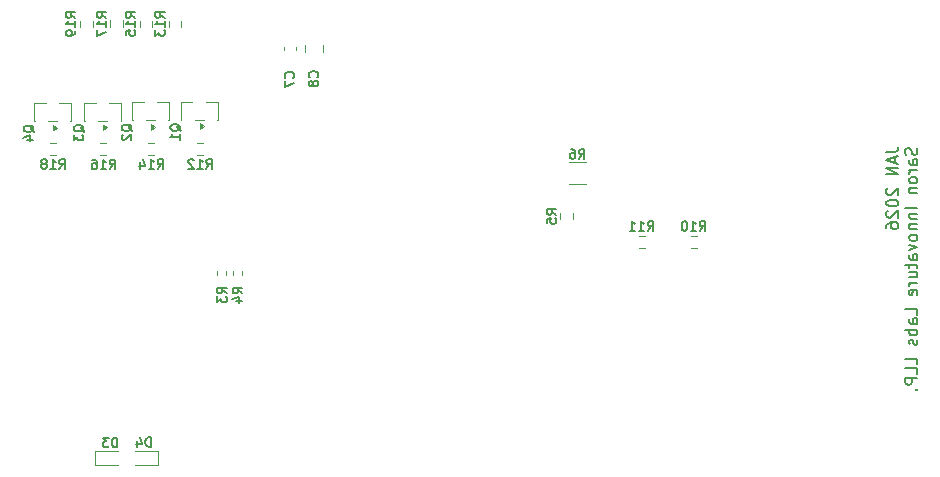
<source format=gbr>
%TF.GenerationSoftware,KiCad,Pcbnew,9.0.5*%
%TF.CreationDate,2026-01-03T21:21:05+05:30*%
%TF.ProjectId,Dietarium,44696574-6172-4697-956d-2e6b69636164,rev?*%
%TF.SameCoordinates,Original*%
%TF.FileFunction,Legend,Bot*%
%TF.FilePolarity,Positive*%
%FSLAX46Y46*%
G04 Gerber Fmt 4.6, Leading zero omitted, Abs format (unit mm)*
G04 Created by KiCad (PCBNEW 9.0.5) date 2026-01-03 21:21:05*
%MOMM*%
%LPD*%
G01*
G04 APERTURE LIST*
%ADD10C,0.150000*%
%ADD11C,0.120000*%
G04 APERTURE END LIST*
D10*
X130319818Y-71085780D02*
X131034103Y-71085780D01*
X131034103Y-71085780D02*
X131176960Y-71038161D01*
X131176960Y-71038161D02*
X131272199Y-70942923D01*
X131272199Y-70942923D02*
X131319818Y-70800066D01*
X131319818Y-70800066D02*
X131319818Y-70704828D01*
X131034103Y-71514352D02*
X131034103Y-71990542D01*
X131319818Y-71419114D02*
X130319818Y-71752447D01*
X130319818Y-71752447D02*
X131319818Y-72085780D01*
X131319818Y-72419114D02*
X130319818Y-72419114D01*
X130319818Y-72419114D02*
X131319818Y-72990542D01*
X131319818Y-72990542D02*
X130319818Y-72990542D01*
X130415056Y-74181019D02*
X130367437Y-74228638D01*
X130367437Y-74228638D02*
X130319818Y-74323876D01*
X130319818Y-74323876D02*
X130319818Y-74561971D01*
X130319818Y-74561971D02*
X130367437Y-74657209D01*
X130367437Y-74657209D02*
X130415056Y-74704828D01*
X130415056Y-74704828D02*
X130510294Y-74752447D01*
X130510294Y-74752447D02*
X130605532Y-74752447D01*
X130605532Y-74752447D02*
X130748389Y-74704828D01*
X130748389Y-74704828D02*
X131319818Y-74133400D01*
X131319818Y-74133400D02*
X131319818Y-74752447D01*
X130319818Y-75371495D02*
X130319818Y-75466733D01*
X130319818Y-75466733D02*
X130367437Y-75561971D01*
X130367437Y-75561971D02*
X130415056Y-75609590D01*
X130415056Y-75609590D02*
X130510294Y-75657209D01*
X130510294Y-75657209D02*
X130700770Y-75704828D01*
X130700770Y-75704828D02*
X130938865Y-75704828D01*
X130938865Y-75704828D02*
X131129341Y-75657209D01*
X131129341Y-75657209D02*
X131224579Y-75609590D01*
X131224579Y-75609590D02*
X131272199Y-75561971D01*
X131272199Y-75561971D02*
X131319818Y-75466733D01*
X131319818Y-75466733D02*
X131319818Y-75371495D01*
X131319818Y-75371495D02*
X131272199Y-75276257D01*
X131272199Y-75276257D02*
X131224579Y-75228638D01*
X131224579Y-75228638D02*
X131129341Y-75181019D01*
X131129341Y-75181019D02*
X130938865Y-75133400D01*
X130938865Y-75133400D02*
X130700770Y-75133400D01*
X130700770Y-75133400D02*
X130510294Y-75181019D01*
X130510294Y-75181019D02*
X130415056Y-75228638D01*
X130415056Y-75228638D02*
X130367437Y-75276257D01*
X130367437Y-75276257D02*
X130319818Y-75371495D01*
X130415056Y-76085781D02*
X130367437Y-76133400D01*
X130367437Y-76133400D02*
X130319818Y-76228638D01*
X130319818Y-76228638D02*
X130319818Y-76466733D01*
X130319818Y-76466733D02*
X130367437Y-76561971D01*
X130367437Y-76561971D02*
X130415056Y-76609590D01*
X130415056Y-76609590D02*
X130510294Y-76657209D01*
X130510294Y-76657209D02*
X130605532Y-76657209D01*
X130605532Y-76657209D02*
X130748389Y-76609590D01*
X130748389Y-76609590D02*
X131319818Y-76038162D01*
X131319818Y-76038162D02*
X131319818Y-76657209D01*
X130319818Y-77514352D02*
X130319818Y-77323876D01*
X130319818Y-77323876D02*
X130367437Y-77228638D01*
X130367437Y-77228638D02*
X130415056Y-77181019D01*
X130415056Y-77181019D02*
X130557913Y-77085781D01*
X130557913Y-77085781D02*
X130748389Y-77038162D01*
X130748389Y-77038162D02*
X131129341Y-77038162D01*
X131129341Y-77038162D02*
X131224579Y-77085781D01*
X131224579Y-77085781D02*
X131272199Y-77133400D01*
X131272199Y-77133400D02*
X131319818Y-77228638D01*
X131319818Y-77228638D02*
X131319818Y-77419114D01*
X131319818Y-77419114D02*
X131272199Y-77514352D01*
X131272199Y-77514352D02*
X131224579Y-77561971D01*
X131224579Y-77561971D02*
X131129341Y-77609590D01*
X131129341Y-77609590D02*
X130891246Y-77609590D01*
X130891246Y-77609590D02*
X130796008Y-77561971D01*
X130796008Y-77561971D02*
X130748389Y-77514352D01*
X130748389Y-77514352D02*
X130700770Y-77419114D01*
X130700770Y-77419114D02*
X130700770Y-77228638D01*
X130700770Y-77228638D02*
X130748389Y-77133400D01*
X130748389Y-77133400D02*
X130796008Y-77085781D01*
X130796008Y-77085781D02*
X130891246Y-77038162D01*
X132882143Y-70752447D02*
X132929762Y-70895304D01*
X132929762Y-70895304D02*
X132929762Y-71133399D01*
X132929762Y-71133399D02*
X132882143Y-71228637D01*
X132882143Y-71228637D02*
X132834523Y-71276256D01*
X132834523Y-71276256D02*
X132739285Y-71323875D01*
X132739285Y-71323875D02*
X132644047Y-71323875D01*
X132644047Y-71323875D02*
X132548809Y-71276256D01*
X132548809Y-71276256D02*
X132501190Y-71228637D01*
X132501190Y-71228637D02*
X132453571Y-71133399D01*
X132453571Y-71133399D02*
X132405952Y-70942923D01*
X132405952Y-70942923D02*
X132358333Y-70847685D01*
X132358333Y-70847685D02*
X132310714Y-70800066D01*
X132310714Y-70800066D02*
X132215476Y-70752447D01*
X132215476Y-70752447D02*
X132120238Y-70752447D01*
X132120238Y-70752447D02*
X132025000Y-70800066D01*
X132025000Y-70800066D02*
X131977381Y-70847685D01*
X131977381Y-70847685D02*
X131929762Y-70942923D01*
X131929762Y-70942923D02*
X131929762Y-71181018D01*
X131929762Y-71181018D02*
X131977381Y-71323875D01*
X132929762Y-72181018D02*
X132405952Y-72181018D01*
X132405952Y-72181018D02*
X132310714Y-72133399D01*
X132310714Y-72133399D02*
X132263095Y-72038161D01*
X132263095Y-72038161D02*
X132263095Y-71847685D01*
X132263095Y-71847685D02*
X132310714Y-71752447D01*
X132882143Y-72181018D02*
X132929762Y-72085780D01*
X132929762Y-72085780D02*
X132929762Y-71847685D01*
X132929762Y-71847685D02*
X132882143Y-71752447D01*
X132882143Y-71752447D02*
X132786904Y-71704828D01*
X132786904Y-71704828D02*
X132691666Y-71704828D01*
X132691666Y-71704828D02*
X132596428Y-71752447D01*
X132596428Y-71752447D02*
X132548809Y-71847685D01*
X132548809Y-71847685D02*
X132548809Y-72085780D01*
X132548809Y-72085780D02*
X132501190Y-72181018D01*
X132929762Y-72657209D02*
X132263095Y-72657209D01*
X132453571Y-72657209D02*
X132358333Y-72704828D01*
X132358333Y-72704828D02*
X132310714Y-72752447D01*
X132310714Y-72752447D02*
X132263095Y-72847685D01*
X132263095Y-72847685D02*
X132263095Y-72942923D01*
X132929762Y-73419114D02*
X132882143Y-73323876D01*
X132882143Y-73323876D02*
X132834523Y-73276257D01*
X132834523Y-73276257D02*
X132739285Y-73228638D01*
X132739285Y-73228638D02*
X132453571Y-73228638D01*
X132453571Y-73228638D02*
X132358333Y-73276257D01*
X132358333Y-73276257D02*
X132310714Y-73323876D01*
X132310714Y-73323876D02*
X132263095Y-73419114D01*
X132263095Y-73419114D02*
X132263095Y-73561971D01*
X132263095Y-73561971D02*
X132310714Y-73657209D01*
X132310714Y-73657209D02*
X132358333Y-73704828D01*
X132358333Y-73704828D02*
X132453571Y-73752447D01*
X132453571Y-73752447D02*
X132739285Y-73752447D01*
X132739285Y-73752447D02*
X132834523Y-73704828D01*
X132834523Y-73704828D02*
X132882143Y-73657209D01*
X132882143Y-73657209D02*
X132929762Y-73561971D01*
X132929762Y-73561971D02*
X132929762Y-73419114D01*
X132263095Y-74181019D02*
X132929762Y-74181019D01*
X132358333Y-74181019D02*
X132310714Y-74228638D01*
X132310714Y-74228638D02*
X132263095Y-74323876D01*
X132263095Y-74323876D02*
X132263095Y-74466733D01*
X132263095Y-74466733D02*
X132310714Y-74561971D01*
X132310714Y-74561971D02*
X132405952Y-74609590D01*
X132405952Y-74609590D02*
X132929762Y-74609590D01*
X132929762Y-75847686D02*
X131929762Y-75847686D01*
X132263095Y-76323876D02*
X132929762Y-76323876D01*
X132358333Y-76323876D02*
X132310714Y-76371495D01*
X132310714Y-76371495D02*
X132263095Y-76466733D01*
X132263095Y-76466733D02*
X132263095Y-76609590D01*
X132263095Y-76609590D02*
X132310714Y-76704828D01*
X132310714Y-76704828D02*
X132405952Y-76752447D01*
X132405952Y-76752447D02*
X132929762Y-76752447D01*
X132263095Y-77228638D02*
X132929762Y-77228638D01*
X132358333Y-77228638D02*
X132310714Y-77276257D01*
X132310714Y-77276257D02*
X132263095Y-77371495D01*
X132263095Y-77371495D02*
X132263095Y-77514352D01*
X132263095Y-77514352D02*
X132310714Y-77609590D01*
X132310714Y-77609590D02*
X132405952Y-77657209D01*
X132405952Y-77657209D02*
X132929762Y-77657209D01*
X132929762Y-78276257D02*
X132882143Y-78181019D01*
X132882143Y-78181019D02*
X132834523Y-78133400D01*
X132834523Y-78133400D02*
X132739285Y-78085781D01*
X132739285Y-78085781D02*
X132453571Y-78085781D01*
X132453571Y-78085781D02*
X132358333Y-78133400D01*
X132358333Y-78133400D02*
X132310714Y-78181019D01*
X132310714Y-78181019D02*
X132263095Y-78276257D01*
X132263095Y-78276257D02*
X132263095Y-78419114D01*
X132263095Y-78419114D02*
X132310714Y-78514352D01*
X132310714Y-78514352D02*
X132358333Y-78561971D01*
X132358333Y-78561971D02*
X132453571Y-78609590D01*
X132453571Y-78609590D02*
X132739285Y-78609590D01*
X132739285Y-78609590D02*
X132834523Y-78561971D01*
X132834523Y-78561971D02*
X132882143Y-78514352D01*
X132882143Y-78514352D02*
X132929762Y-78419114D01*
X132929762Y-78419114D02*
X132929762Y-78276257D01*
X132263095Y-78942924D02*
X132929762Y-79181019D01*
X132929762Y-79181019D02*
X132263095Y-79419114D01*
X132929762Y-80228638D02*
X132405952Y-80228638D01*
X132405952Y-80228638D02*
X132310714Y-80181019D01*
X132310714Y-80181019D02*
X132263095Y-80085781D01*
X132263095Y-80085781D02*
X132263095Y-79895305D01*
X132263095Y-79895305D02*
X132310714Y-79800067D01*
X132882143Y-80228638D02*
X132929762Y-80133400D01*
X132929762Y-80133400D02*
X132929762Y-79895305D01*
X132929762Y-79895305D02*
X132882143Y-79800067D01*
X132882143Y-79800067D02*
X132786904Y-79752448D01*
X132786904Y-79752448D02*
X132691666Y-79752448D01*
X132691666Y-79752448D02*
X132596428Y-79800067D01*
X132596428Y-79800067D02*
X132548809Y-79895305D01*
X132548809Y-79895305D02*
X132548809Y-80133400D01*
X132548809Y-80133400D02*
X132501190Y-80228638D01*
X132263095Y-80561972D02*
X132263095Y-80942924D01*
X131929762Y-80704829D02*
X132786904Y-80704829D01*
X132786904Y-80704829D02*
X132882143Y-80752448D01*
X132882143Y-80752448D02*
X132929762Y-80847686D01*
X132929762Y-80847686D02*
X132929762Y-80942924D01*
X132263095Y-81704829D02*
X132929762Y-81704829D01*
X132263095Y-81276258D02*
X132786904Y-81276258D01*
X132786904Y-81276258D02*
X132882143Y-81323877D01*
X132882143Y-81323877D02*
X132929762Y-81419115D01*
X132929762Y-81419115D02*
X132929762Y-81561972D01*
X132929762Y-81561972D02*
X132882143Y-81657210D01*
X132882143Y-81657210D02*
X132834523Y-81704829D01*
X132929762Y-82181020D02*
X132263095Y-82181020D01*
X132453571Y-82181020D02*
X132358333Y-82228639D01*
X132358333Y-82228639D02*
X132310714Y-82276258D01*
X132310714Y-82276258D02*
X132263095Y-82371496D01*
X132263095Y-82371496D02*
X132263095Y-82466734D01*
X132882143Y-83181020D02*
X132929762Y-83085782D01*
X132929762Y-83085782D02*
X132929762Y-82895306D01*
X132929762Y-82895306D02*
X132882143Y-82800068D01*
X132882143Y-82800068D02*
X132786904Y-82752449D01*
X132786904Y-82752449D02*
X132405952Y-82752449D01*
X132405952Y-82752449D02*
X132310714Y-82800068D01*
X132310714Y-82800068D02*
X132263095Y-82895306D01*
X132263095Y-82895306D02*
X132263095Y-83085782D01*
X132263095Y-83085782D02*
X132310714Y-83181020D01*
X132310714Y-83181020D02*
X132405952Y-83228639D01*
X132405952Y-83228639D02*
X132501190Y-83228639D01*
X132501190Y-83228639D02*
X132596428Y-82752449D01*
X132929762Y-84895306D02*
X132929762Y-84419116D01*
X132929762Y-84419116D02*
X131929762Y-84419116D01*
X132929762Y-85657211D02*
X132405952Y-85657211D01*
X132405952Y-85657211D02*
X132310714Y-85609592D01*
X132310714Y-85609592D02*
X132263095Y-85514354D01*
X132263095Y-85514354D02*
X132263095Y-85323878D01*
X132263095Y-85323878D02*
X132310714Y-85228640D01*
X132882143Y-85657211D02*
X132929762Y-85561973D01*
X132929762Y-85561973D02*
X132929762Y-85323878D01*
X132929762Y-85323878D02*
X132882143Y-85228640D01*
X132882143Y-85228640D02*
X132786904Y-85181021D01*
X132786904Y-85181021D02*
X132691666Y-85181021D01*
X132691666Y-85181021D02*
X132596428Y-85228640D01*
X132596428Y-85228640D02*
X132548809Y-85323878D01*
X132548809Y-85323878D02*
X132548809Y-85561973D01*
X132548809Y-85561973D02*
X132501190Y-85657211D01*
X132929762Y-86133402D02*
X131929762Y-86133402D01*
X132310714Y-86133402D02*
X132263095Y-86228640D01*
X132263095Y-86228640D02*
X132263095Y-86419116D01*
X132263095Y-86419116D02*
X132310714Y-86514354D01*
X132310714Y-86514354D02*
X132358333Y-86561973D01*
X132358333Y-86561973D02*
X132453571Y-86609592D01*
X132453571Y-86609592D02*
X132739285Y-86609592D01*
X132739285Y-86609592D02*
X132834523Y-86561973D01*
X132834523Y-86561973D02*
X132882143Y-86514354D01*
X132882143Y-86514354D02*
X132929762Y-86419116D01*
X132929762Y-86419116D02*
X132929762Y-86228640D01*
X132929762Y-86228640D02*
X132882143Y-86133402D01*
X132882143Y-86990545D02*
X132929762Y-87085783D01*
X132929762Y-87085783D02*
X132929762Y-87276259D01*
X132929762Y-87276259D02*
X132882143Y-87371497D01*
X132882143Y-87371497D02*
X132786904Y-87419116D01*
X132786904Y-87419116D02*
X132739285Y-87419116D01*
X132739285Y-87419116D02*
X132644047Y-87371497D01*
X132644047Y-87371497D02*
X132596428Y-87276259D01*
X132596428Y-87276259D02*
X132596428Y-87133402D01*
X132596428Y-87133402D02*
X132548809Y-87038164D01*
X132548809Y-87038164D02*
X132453571Y-86990545D01*
X132453571Y-86990545D02*
X132405952Y-86990545D01*
X132405952Y-86990545D02*
X132310714Y-87038164D01*
X132310714Y-87038164D02*
X132263095Y-87133402D01*
X132263095Y-87133402D02*
X132263095Y-87276259D01*
X132263095Y-87276259D02*
X132310714Y-87371497D01*
X132929762Y-89085783D02*
X132929762Y-88609593D01*
X132929762Y-88609593D02*
X131929762Y-88609593D01*
X132929762Y-89895307D02*
X132929762Y-89419117D01*
X132929762Y-89419117D02*
X131929762Y-89419117D01*
X132929762Y-90228641D02*
X131929762Y-90228641D01*
X131929762Y-90228641D02*
X131929762Y-90609593D01*
X131929762Y-90609593D02*
X131977381Y-90704831D01*
X131977381Y-90704831D02*
X132025000Y-90752450D01*
X132025000Y-90752450D02*
X132120238Y-90800069D01*
X132120238Y-90800069D02*
X132263095Y-90800069D01*
X132263095Y-90800069D02*
X132358333Y-90752450D01*
X132358333Y-90752450D02*
X132405952Y-90704831D01*
X132405952Y-90704831D02*
X132453571Y-90609593D01*
X132453571Y-90609593D02*
X132453571Y-90228641D01*
X132834523Y-91228641D02*
X132882143Y-91276260D01*
X132882143Y-91276260D02*
X132929762Y-91228641D01*
X132929762Y-91228641D02*
X132882143Y-91181022D01*
X132882143Y-91181022D02*
X132834523Y-91228641D01*
X132834523Y-91228641D02*
X132929762Y-91228641D01*
X69212295Y-59735714D02*
X68831342Y-59469047D01*
X69212295Y-59278571D02*
X68412295Y-59278571D01*
X68412295Y-59278571D02*
X68412295Y-59583333D01*
X68412295Y-59583333D02*
X68450390Y-59659523D01*
X68450390Y-59659523D02*
X68488485Y-59697618D01*
X68488485Y-59697618D02*
X68564676Y-59735714D01*
X68564676Y-59735714D02*
X68678961Y-59735714D01*
X68678961Y-59735714D02*
X68755152Y-59697618D01*
X68755152Y-59697618D02*
X68793247Y-59659523D01*
X68793247Y-59659523D02*
X68831342Y-59583333D01*
X68831342Y-59583333D02*
X68831342Y-59278571D01*
X69212295Y-60497618D02*
X69212295Y-60040475D01*
X69212295Y-60269047D02*
X68412295Y-60269047D01*
X68412295Y-60269047D02*
X68526580Y-60192856D01*
X68526580Y-60192856D02*
X68602771Y-60116666D01*
X68602771Y-60116666D02*
X68640866Y-60040475D01*
X68412295Y-60764285D02*
X68412295Y-61259523D01*
X68412295Y-61259523D02*
X68717057Y-60992857D01*
X68717057Y-60992857D02*
X68717057Y-61107142D01*
X68717057Y-61107142D02*
X68755152Y-61183333D01*
X68755152Y-61183333D02*
X68793247Y-61221428D01*
X68793247Y-61221428D02*
X68869438Y-61259523D01*
X68869438Y-61259523D02*
X69059914Y-61259523D01*
X69059914Y-61259523D02*
X69136104Y-61221428D01*
X69136104Y-61221428D02*
X69174200Y-61183333D01*
X69174200Y-61183333D02*
X69212295Y-61107142D01*
X69212295Y-61107142D02*
X69212295Y-60878571D01*
X69212295Y-60878571D02*
X69174200Y-60802380D01*
X69174200Y-60802380D02*
X69136104Y-60764285D01*
X82136104Y-64766667D02*
X82174200Y-64728571D01*
X82174200Y-64728571D02*
X82212295Y-64614286D01*
X82212295Y-64614286D02*
X82212295Y-64538095D01*
X82212295Y-64538095D02*
X82174200Y-64423809D01*
X82174200Y-64423809D02*
X82098009Y-64347619D01*
X82098009Y-64347619D02*
X82021819Y-64309524D01*
X82021819Y-64309524D02*
X81869438Y-64271428D01*
X81869438Y-64271428D02*
X81755152Y-64271428D01*
X81755152Y-64271428D02*
X81602771Y-64309524D01*
X81602771Y-64309524D02*
X81526580Y-64347619D01*
X81526580Y-64347619D02*
X81450390Y-64423809D01*
X81450390Y-64423809D02*
X81412295Y-64538095D01*
X81412295Y-64538095D02*
X81412295Y-64614286D01*
X81412295Y-64614286D02*
X81450390Y-64728571D01*
X81450390Y-64728571D02*
X81488485Y-64766667D01*
X81755152Y-65223809D02*
X81717057Y-65147619D01*
X81717057Y-65147619D02*
X81678961Y-65109524D01*
X81678961Y-65109524D02*
X81602771Y-65071428D01*
X81602771Y-65071428D02*
X81564676Y-65071428D01*
X81564676Y-65071428D02*
X81488485Y-65109524D01*
X81488485Y-65109524D02*
X81450390Y-65147619D01*
X81450390Y-65147619D02*
X81412295Y-65223809D01*
X81412295Y-65223809D02*
X81412295Y-65376190D01*
X81412295Y-65376190D02*
X81450390Y-65452381D01*
X81450390Y-65452381D02*
X81488485Y-65490476D01*
X81488485Y-65490476D02*
X81564676Y-65528571D01*
X81564676Y-65528571D02*
X81602771Y-65528571D01*
X81602771Y-65528571D02*
X81678961Y-65490476D01*
X81678961Y-65490476D02*
X81717057Y-65452381D01*
X81717057Y-65452381D02*
X81755152Y-65376190D01*
X81755152Y-65376190D02*
X81755152Y-65223809D01*
X81755152Y-65223809D02*
X81793247Y-65147619D01*
X81793247Y-65147619D02*
X81831342Y-65109524D01*
X81831342Y-65109524D02*
X81907533Y-65071428D01*
X81907533Y-65071428D02*
X82059914Y-65071428D01*
X82059914Y-65071428D02*
X82136104Y-65109524D01*
X82136104Y-65109524D02*
X82174200Y-65147619D01*
X82174200Y-65147619D02*
X82212295Y-65223809D01*
X82212295Y-65223809D02*
X82212295Y-65376190D01*
X82212295Y-65376190D02*
X82174200Y-65452381D01*
X82174200Y-65452381D02*
X82136104Y-65490476D01*
X82136104Y-65490476D02*
X82059914Y-65528571D01*
X82059914Y-65528571D02*
X81907533Y-65528571D01*
X81907533Y-65528571D02*
X81831342Y-65490476D01*
X81831342Y-65490476D02*
X81793247Y-65452381D01*
X81793247Y-65452381D02*
X81755152Y-65376190D01*
X66447920Y-69354042D02*
X66409825Y-69277852D01*
X66409825Y-69277852D02*
X66333635Y-69201661D01*
X66333635Y-69201661D02*
X66219349Y-69087375D01*
X66219349Y-69087375D02*
X66181254Y-69011185D01*
X66181254Y-69011185D02*
X66181254Y-68934994D01*
X66371730Y-68973090D02*
X66333635Y-68896899D01*
X66333635Y-68896899D02*
X66257444Y-68820709D01*
X66257444Y-68820709D02*
X66105063Y-68782613D01*
X66105063Y-68782613D02*
X65838396Y-68782613D01*
X65838396Y-68782613D02*
X65686015Y-68820709D01*
X65686015Y-68820709D02*
X65609825Y-68896899D01*
X65609825Y-68896899D02*
X65571730Y-68973090D01*
X65571730Y-68973090D02*
X65571730Y-69125471D01*
X65571730Y-69125471D02*
X65609825Y-69201661D01*
X65609825Y-69201661D02*
X65686015Y-69277852D01*
X65686015Y-69277852D02*
X65838396Y-69315947D01*
X65838396Y-69315947D02*
X66105063Y-69315947D01*
X66105063Y-69315947D02*
X66257444Y-69277852D01*
X66257444Y-69277852D02*
X66333635Y-69201661D01*
X66333635Y-69201661D02*
X66371730Y-69125471D01*
X66371730Y-69125471D02*
X66371730Y-68973090D01*
X65647920Y-69620708D02*
X65609825Y-69658804D01*
X65609825Y-69658804D02*
X65571730Y-69734994D01*
X65571730Y-69734994D02*
X65571730Y-69925470D01*
X65571730Y-69925470D02*
X65609825Y-70001661D01*
X65609825Y-70001661D02*
X65647920Y-70039756D01*
X65647920Y-70039756D02*
X65724111Y-70077851D01*
X65724111Y-70077851D02*
X65800301Y-70077851D01*
X65800301Y-70077851D02*
X65914587Y-70039756D01*
X65914587Y-70039756D02*
X66371730Y-69582613D01*
X66371730Y-69582613D02*
X66371730Y-70077851D01*
X68040475Y-96062295D02*
X68040475Y-95262295D01*
X68040475Y-95262295D02*
X67849999Y-95262295D01*
X67849999Y-95262295D02*
X67735713Y-95300390D01*
X67735713Y-95300390D02*
X67659523Y-95376580D01*
X67659523Y-95376580D02*
X67621428Y-95452771D01*
X67621428Y-95452771D02*
X67583332Y-95605152D01*
X67583332Y-95605152D02*
X67583332Y-95719438D01*
X67583332Y-95719438D02*
X67621428Y-95871819D01*
X67621428Y-95871819D02*
X67659523Y-95948009D01*
X67659523Y-95948009D02*
X67735713Y-96024200D01*
X67735713Y-96024200D02*
X67849999Y-96062295D01*
X67849999Y-96062295D02*
X68040475Y-96062295D01*
X66897618Y-95528961D02*
X66897618Y-96062295D01*
X67088094Y-95224200D02*
X67278571Y-95795628D01*
X67278571Y-95795628D02*
X66783332Y-95795628D01*
X66712295Y-59735714D02*
X66331342Y-59469047D01*
X66712295Y-59278571D02*
X65912295Y-59278571D01*
X65912295Y-59278571D02*
X65912295Y-59583333D01*
X65912295Y-59583333D02*
X65950390Y-59659523D01*
X65950390Y-59659523D02*
X65988485Y-59697618D01*
X65988485Y-59697618D02*
X66064676Y-59735714D01*
X66064676Y-59735714D02*
X66178961Y-59735714D01*
X66178961Y-59735714D02*
X66255152Y-59697618D01*
X66255152Y-59697618D02*
X66293247Y-59659523D01*
X66293247Y-59659523D02*
X66331342Y-59583333D01*
X66331342Y-59583333D02*
X66331342Y-59278571D01*
X66712295Y-60497618D02*
X66712295Y-60040475D01*
X66712295Y-60269047D02*
X65912295Y-60269047D01*
X65912295Y-60269047D02*
X66026580Y-60192856D01*
X66026580Y-60192856D02*
X66102771Y-60116666D01*
X66102771Y-60116666D02*
X66140866Y-60040475D01*
X65912295Y-61221428D02*
X65912295Y-60840476D01*
X65912295Y-60840476D02*
X66293247Y-60802380D01*
X66293247Y-60802380D02*
X66255152Y-60840476D01*
X66255152Y-60840476D02*
X66217057Y-60916666D01*
X66217057Y-60916666D02*
X66217057Y-61107142D01*
X66217057Y-61107142D02*
X66255152Y-61183333D01*
X66255152Y-61183333D02*
X66293247Y-61221428D01*
X66293247Y-61221428D02*
X66369438Y-61259523D01*
X66369438Y-61259523D02*
X66559914Y-61259523D01*
X66559914Y-61259523D02*
X66636104Y-61221428D01*
X66636104Y-61221428D02*
X66674200Y-61183333D01*
X66674200Y-61183333D02*
X66712295Y-61107142D01*
X66712295Y-61107142D02*
X66712295Y-60916666D01*
X66712295Y-60916666D02*
X66674200Y-60840476D01*
X66674200Y-60840476D02*
X66636104Y-60802380D01*
X80086104Y-64816667D02*
X80124200Y-64778571D01*
X80124200Y-64778571D02*
X80162295Y-64664286D01*
X80162295Y-64664286D02*
X80162295Y-64588095D01*
X80162295Y-64588095D02*
X80124200Y-64473809D01*
X80124200Y-64473809D02*
X80048009Y-64397619D01*
X80048009Y-64397619D02*
X79971819Y-64359524D01*
X79971819Y-64359524D02*
X79819438Y-64321428D01*
X79819438Y-64321428D02*
X79705152Y-64321428D01*
X79705152Y-64321428D02*
X79552771Y-64359524D01*
X79552771Y-64359524D02*
X79476580Y-64397619D01*
X79476580Y-64397619D02*
X79400390Y-64473809D01*
X79400390Y-64473809D02*
X79362295Y-64588095D01*
X79362295Y-64588095D02*
X79362295Y-64664286D01*
X79362295Y-64664286D02*
X79400390Y-64778571D01*
X79400390Y-64778571D02*
X79438485Y-64816667D01*
X79362295Y-65083333D02*
X79362295Y-65616667D01*
X79362295Y-65616667D02*
X80162295Y-65273809D01*
X62404851Y-69402200D02*
X62366756Y-69326010D01*
X62366756Y-69326010D02*
X62290566Y-69249819D01*
X62290566Y-69249819D02*
X62176280Y-69135533D01*
X62176280Y-69135533D02*
X62138185Y-69059343D01*
X62138185Y-69059343D02*
X62138185Y-68983152D01*
X62328661Y-69021248D02*
X62290566Y-68945057D01*
X62290566Y-68945057D02*
X62214375Y-68868867D01*
X62214375Y-68868867D02*
X62061994Y-68830771D01*
X62061994Y-68830771D02*
X61795327Y-68830771D01*
X61795327Y-68830771D02*
X61642946Y-68868867D01*
X61642946Y-68868867D02*
X61566756Y-68945057D01*
X61566756Y-68945057D02*
X61528661Y-69021248D01*
X61528661Y-69021248D02*
X61528661Y-69173629D01*
X61528661Y-69173629D02*
X61566756Y-69249819D01*
X61566756Y-69249819D02*
X61642946Y-69326010D01*
X61642946Y-69326010D02*
X61795327Y-69364105D01*
X61795327Y-69364105D02*
X62061994Y-69364105D01*
X62061994Y-69364105D02*
X62214375Y-69326010D01*
X62214375Y-69326010D02*
X62290566Y-69249819D01*
X62290566Y-69249819D02*
X62328661Y-69173629D01*
X62328661Y-69173629D02*
X62328661Y-69021248D01*
X61528661Y-69630771D02*
X61528661Y-70126009D01*
X61528661Y-70126009D02*
X61833423Y-69859343D01*
X61833423Y-69859343D02*
X61833423Y-69973628D01*
X61833423Y-69973628D02*
X61871518Y-70049819D01*
X61871518Y-70049819D02*
X61909613Y-70087914D01*
X61909613Y-70087914D02*
X61985804Y-70126009D01*
X61985804Y-70126009D02*
X62176280Y-70126009D01*
X62176280Y-70126009D02*
X62252470Y-70087914D01*
X62252470Y-70087914D02*
X62290566Y-70049819D01*
X62290566Y-70049819D02*
X62328661Y-69973628D01*
X62328661Y-69973628D02*
X62328661Y-69745057D01*
X62328661Y-69745057D02*
X62290566Y-69668866D01*
X62290566Y-69668866D02*
X62252470Y-69630771D01*
X58158496Y-69436538D02*
X58120401Y-69360348D01*
X58120401Y-69360348D02*
X58044211Y-69284157D01*
X58044211Y-69284157D02*
X57929925Y-69169871D01*
X57929925Y-69169871D02*
X57891830Y-69093681D01*
X57891830Y-69093681D02*
X57891830Y-69017490D01*
X58082306Y-69055586D02*
X58044211Y-68979395D01*
X58044211Y-68979395D02*
X57968020Y-68903205D01*
X57968020Y-68903205D02*
X57815639Y-68865109D01*
X57815639Y-68865109D02*
X57548972Y-68865109D01*
X57548972Y-68865109D02*
X57396591Y-68903205D01*
X57396591Y-68903205D02*
X57320401Y-68979395D01*
X57320401Y-68979395D02*
X57282306Y-69055586D01*
X57282306Y-69055586D02*
X57282306Y-69207967D01*
X57282306Y-69207967D02*
X57320401Y-69284157D01*
X57320401Y-69284157D02*
X57396591Y-69360348D01*
X57396591Y-69360348D02*
X57548972Y-69398443D01*
X57548972Y-69398443D02*
X57815639Y-69398443D01*
X57815639Y-69398443D02*
X57968020Y-69360348D01*
X57968020Y-69360348D02*
X58044211Y-69284157D01*
X58044211Y-69284157D02*
X58082306Y-69207967D01*
X58082306Y-69207967D02*
X58082306Y-69055586D01*
X57548972Y-70084157D02*
X58082306Y-70084157D01*
X57244211Y-69893681D02*
X57815639Y-69703204D01*
X57815639Y-69703204D02*
X57815639Y-70198443D01*
X72728963Y-72513082D02*
X72995630Y-72132129D01*
X73186106Y-72513082D02*
X73186106Y-71713082D01*
X73186106Y-71713082D02*
X72881344Y-71713082D01*
X72881344Y-71713082D02*
X72805154Y-71751177D01*
X72805154Y-71751177D02*
X72767059Y-71789272D01*
X72767059Y-71789272D02*
X72728963Y-71865463D01*
X72728963Y-71865463D02*
X72728963Y-71979748D01*
X72728963Y-71979748D02*
X72767059Y-72055939D01*
X72767059Y-72055939D02*
X72805154Y-72094034D01*
X72805154Y-72094034D02*
X72881344Y-72132129D01*
X72881344Y-72132129D02*
X73186106Y-72132129D01*
X71967059Y-72513082D02*
X72424202Y-72513082D01*
X72195630Y-72513082D02*
X72195630Y-71713082D01*
X72195630Y-71713082D02*
X72271821Y-71827367D01*
X72271821Y-71827367D02*
X72348011Y-71903558D01*
X72348011Y-71903558D02*
X72424202Y-71941653D01*
X71662297Y-71789272D02*
X71624201Y-71751177D01*
X71624201Y-71751177D02*
X71548011Y-71713082D01*
X71548011Y-71713082D02*
X71357535Y-71713082D01*
X71357535Y-71713082D02*
X71281344Y-71751177D01*
X71281344Y-71751177D02*
X71243249Y-71789272D01*
X71243249Y-71789272D02*
X71205154Y-71865463D01*
X71205154Y-71865463D02*
X71205154Y-71941653D01*
X71205154Y-71941653D02*
X71243249Y-72055939D01*
X71243249Y-72055939D02*
X71700392Y-72513082D01*
X71700392Y-72513082D02*
X71205154Y-72513082D01*
X64262295Y-59735714D02*
X63881342Y-59469047D01*
X64262295Y-59278571D02*
X63462295Y-59278571D01*
X63462295Y-59278571D02*
X63462295Y-59583333D01*
X63462295Y-59583333D02*
X63500390Y-59659523D01*
X63500390Y-59659523D02*
X63538485Y-59697618D01*
X63538485Y-59697618D02*
X63614676Y-59735714D01*
X63614676Y-59735714D02*
X63728961Y-59735714D01*
X63728961Y-59735714D02*
X63805152Y-59697618D01*
X63805152Y-59697618D02*
X63843247Y-59659523D01*
X63843247Y-59659523D02*
X63881342Y-59583333D01*
X63881342Y-59583333D02*
X63881342Y-59278571D01*
X64262295Y-60497618D02*
X64262295Y-60040475D01*
X64262295Y-60269047D02*
X63462295Y-60269047D01*
X63462295Y-60269047D02*
X63576580Y-60192856D01*
X63576580Y-60192856D02*
X63652771Y-60116666D01*
X63652771Y-60116666D02*
X63690866Y-60040475D01*
X63462295Y-60764285D02*
X63462295Y-61297619D01*
X63462295Y-61297619D02*
X64262295Y-60954761D01*
X65186631Y-96089535D02*
X65186631Y-95289535D01*
X65186631Y-95289535D02*
X64996155Y-95289535D01*
X64996155Y-95289535D02*
X64881869Y-95327630D01*
X64881869Y-95327630D02*
X64805679Y-95403820D01*
X64805679Y-95403820D02*
X64767584Y-95480011D01*
X64767584Y-95480011D02*
X64729488Y-95632392D01*
X64729488Y-95632392D02*
X64729488Y-95746678D01*
X64729488Y-95746678D02*
X64767584Y-95899059D01*
X64767584Y-95899059D02*
X64805679Y-95975249D01*
X64805679Y-95975249D02*
X64881869Y-96051440D01*
X64881869Y-96051440D02*
X64996155Y-96089535D01*
X64996155Y-96089535D02*
X65186631Y-96089535D01*
X64462822Y-95289535D02*
X63967584Y-95289535D01*
X63967584Y-95289535D02*
X64234250Y-95594297D01*
X64234250Y-95594297D02*
X64119965Y-95594297D01*
X64119965Y-95594297D02*
X64043774Y-95632392D01*
X64043774Y-95632392D02*
X64005679Y-95670487D01*
X64005679Y-95670487D02*
X63967584Y-95746678D01*
X63967584Y-95746678D02*
X63967584Y-95937154D01*
X63967584Y-95937154D02*
X64005679Y-96013344D01*
X64005679Y-96013344D02*
X64043774Y-96051440D01*
X64043774Y-96051440D02*
X64119965Y-96089535D01*
X64119965Y-96089535D02*
X64348536Y-96089535D01*
X64348536Y-96089535D02*
X64424727Y-96051440D01*
X64424727Y-96051440D02*
X64462822Y-96013344D01*
X102362295Y-76416667D02*
X101981342Y-76150000D01*
X102362295Y-75959524D02*
X101562295Y-75959524D01*
X101562295Y-75959524D02*
X101562295Y-76264286D01*
X101562295Y-76264286D02*
X101600390Y-76340476D01*
X101600390Y-76340476D02*
X101638485Y-76378571D01*
X101638485Y-76378571D02*
X101714676Y-76416667D01*
X101714676Y-76416667D02*
X101828961Y-76416667D01*
X101828961Y-76416667D02*
X101905152Y-76378571D01*
X101905152Y-76378571D02*
X101943247Y-76340476D01*
X101943247Y-76340476D02*
X101981342Y-76264286D01*
X101981342Y-76264286D02*
X101981342Y-75959524D01*
X101562295Y-77140476D02*
X101562295Y-76759524D01*
X101562295Y-76759524D02*
X101943247Y-76721428D01*
X101943247Y-76721428D02*
X101905152Y-76759524D01*
X101905152Y-76759524D02*
X101867057Y-76835714D01*
X101867057Y-76835714D02*
X101867057Y-77026190D01*
X101867057Y-77026190D02*
X101905152Y-77102381D01*
X101905152Y-77102381D02*
X101943247Y-77140476D01*
X101943247Y-77140476D02*
X102019438Y-77178571D01*
X102019438Y-77178571D02*
X102209914Y-77178571D01*
X102209914Y-77178571D02*
X102286104Y-77140476D01*
X102286104Y-77140476D02*
X102324200Y-77102381D01*
X102324200Y-77102381D02*
X102362295Y-77026190D01*
X102362295Y-77026190D02*
X102362295Y-76835714D01*
X102362295Y-76835714D02*
X102324200Y-76759524D01*
X102324200Y-76759524D02*
X102286104Y-76721428D01*
X74462295Y-83066667D02*
X74081342Y-82800000D01*
X74462295Y-82609524D02*
X73662295Y-82609524D01*
X73662295Y-82609524D02*
X73662295Y-82914286D01*
X73662295Y-82914286D02*
X73700390Y-82990476D01*
X73700390Y-82990476D02*
X73738485Y-83028571D01*
X73738485Y-83028571D02*
X73814676Y-83066667D01*
X73814676Y-83066667D02*
X73928961Y-83066667D01*
X73928961Y-83066667D02*
X74005152Y-83028571D01*
X74005152Y-83028571D02*
X74043247Y-82990476D01*
X74043247Y-82990476D02*
X74081342Y-82914286D01*
X74081342Y-82914286D02*
X74081342Y-82609524D01*
X73662295Y-83333333D02*
X73662295Y-83828571D01*
X73662295Y-83828571D02*
X73967057Y-83561905D01*
X73967057Y-83561905D02*
X73967057Y-83676190D01*
X73967057Y-83676190D02*
X74005152Y-83752381D01*
X74005152Y-83752381D02*
X74043247Y-83790476D01*
X74043247Y-83790476D02*
X74119438Y-83828571D01*
X74119438Y-83828571D02*
X74309914Y-83828571D01*
X74309914Y-83828571D02*
X74386104Y-83790476D01*
X74386104Y-83790476D02*
X74424200Y-83752381D01*
X74424200Y-83752381D02*
X74462295Y-83676190D01*
X74462295Y-83676190D02*
X74462295Y-83447619D01*
X74462295Y-83447619D02*
X74424200Y-83371428D01*
X74424200Y-83371428D02*
X74386104Y-83333333D01*
X61662295Y-59735714D02*
X61281342Y-59469047D01*
X61662295Y-59278571D02*
X60862295Y-59278571D01*
X60862295Y-59278571D02*
X60862295Y-59583333D01*
X60862295Y-59583333D02*
X60900390Y-59659523D01*
X60900390Y-59659523D02*
X60938485Y-59697618D01*
X60938485Y-59697618D02*
X61014676Y-59735714D01*
X61014676Y-59735714D02*
X61128961Y-59735714D01*
X61128961Y-59735714D02*
X61205152Y-59697618D01*
X61205152Y-59697618D02*
X61243247Y-59659523D01*
X61243247Y-59659523D02*
X61281342Y-59583333D01*
X61281342Y-59583333D02*
X61281342Y-59278571D01*
X61662295Y-60497618D02*
X61662295Y-60040475D01*
X61662295Y-60269047D02*
X60862295Y-60269047D01*
X60862295Y-60269047D02*
X60976580Y-60192856D01*
X60976580Y-60192856D02*
X61052771Y-60116666D01*
X61052771Y-60116666D02*
X61090866Y-60040475D01*
X61662295Y-60878571D02*
X61662295Y-61030952D01*
X61662295Y-61030952D02*
X61624200Y-61107142D01*
X61624200Y-61107142D02*
X61586104Y-61145238D01*
X61586104Y-61145238D02*
X61471819Y-61221428D01*
X61471819Y-61221428D02*
X61319438Y-61259523D01*
X61319438Y-61259523D02*
X61014676Y-61259523D01*
X61014676Y-61259523D02*
X60938485Y-61221428D01*
X60938485Y-61221428D02*
X60900390Y-61183333D01*
X60900390Y-61183333D02*
X60862295Y-61107142D01*
X60862295Y-61107142D02*
X60862295Y-60954761D01*
X60862295Y-60954761D02*
X60900390Y-60878571D01*
X60900390Y-60878571D02*
X60938485Y-60840476D01*
X60938485Y-60840476D02*
X61014676Y-60802380D01*
X61014676Y-60802380D02*
X61205152Y-60802380D01*
X61205152Y-60802380D02*
X61281342Y-60840476D01*
X61281342Y-60840476D02*
X61319438Y-60878571D01*
X61319438Y-60878571D02*
X61357533Y-60954761D01*
X61357533Y-60954761D02*
X61357533Y-61107142D01*
X61357533Y-61107142D02*
X61319438Y-61183333D01*
X61319438Y-61183333D02*
X61281342Y-61221428D01*
X61281342Y-61221428D02*
X61205152Y-61259523D01*
X64550272Y-72536191D02*
X64816939Y-72155238D01*
X65007415Y-72536191D02*
X65007415Y-71736191D01*
X65007415Y-71736191D02*
X64702653Y-71736191D01*
X64702653Y-71736191D02*
X64626463Y-71774286D01*
X64626463Y-71774286D02*
X64588368Y-71812381D01*
X64588368Y-71812381D02*
X64550272Y-71888572D01*
X64550272Y-71888572D02*
X64550272Y-72002857D01*
X64550272Y-72002857D02*
X64588368Y-72079048D01*
X64588368Y-72079048D02*
X64626463Y-72117143D01*
X64626463Y-72117143D02*
X64702653Y-72155238D01*
X64702653Y-72155238D02*
X65007415Y-72155238D01*
X63788368Y-72536191D02*
X64245511Y-72536191D01*
X64016939Y-72536191D02*
X64016939Y-71736191D01*
X64016939Y-71736191D02*
X64093130Y-71850476D01*
X64093130Y-71850476D02*
X64169320Y-71926667D01*
X64169320Y-71926667D02*
X64245511Y-71964762D01*
X63102653Y-71736191D02*
X63255034Y-71736191D01*
X63255034Y-71736191D02*
X63331225Y-71774286D01*
X63331225Y-71774286D02*
X63369320Y-71812381D01*
X63369320Y-71812381D02*
X63445510Y-71926667D01*
X63445510Y-71926667D02*
X63483606Y-72079048D01*
X63483606Y-72079048D02*
X63483606Y-72383810D01*
X63483606Y-72383810D02*
X63445510Y-72460000D01*
X63445510Y-72460000D02*
X63407415Y-72498096D01*
X63407415Y-72498096D02*
X63331225Y-72536191D01*
X63331225Y-72536191D02*
X63178844Y-72536191D01*
X63178844Y-72536191D02*
X63102653Y-72498096D01*
X63102653Y-72498096D02*
X63064558Y-72460000D01*
X63064558Y-72460000D02*
X63026463Y-72383810D01*
X63026463Y-72383810D02*
X63026463Y-72193334D01*
X63026463Y-72193334D02*
X63064558Y-72117143D01*
X63064558Y-72117143D02*
X63102653Y-72079048D01*
X63102653Y-72079048D02*
X63178844Y-72040953D01*
X63178844Y-72040953D02*
X63331225Y-72040953D01*
X63331225Y-72040953D02*
X63407415Y-72079048D01*
X63407415Y-72079048D02*
X63445510Y-72117143D01*
X63445510Y-72117143D02*
X63483606Y-72193334D01*
X75762295Y-83066667D02*
X75381342Y-82800000D01*
X75762295Y-82609524D02*
X74962295Y-82609524D01*
X74962295Y-82609524D02*
X74962295Y-82914286D01*
X74962295Y-82914286D02*
X75000390Y-82990476D01*
X75000390Y-82990476D02*
X75038485Y-83028571D01*
X75038485Y-83028571D02*
X75114676Y-83066667D01*
X75114676Y-83066667D02*
X75228961Y-83066667D01*
X75228961Y-83066667D02*
X75305152Y-83028571D01*
X75305152Y-83028571D02*
X75343247Y-82990476D01*
X75343247Y-82990476D02*
X75381342Y-82914286D01*
X75381342Y-82914286D02*
X75381342Y-82609524D01*
X75228961Y-83752381D02*
X75762295Y-83752381D01*
X74924200Y-83561905D02*
X75495628Y-83371428D01*
X75495628Y-83371428D02*
X75495628Y-83866667D01*
X110110421Y-77757837D02*
X110377088Y-77376884D01*
X110567564Y-77757837D02*
X110567564Y-76957837D01*
X110567564Y-76957837D02*
X110262802Y-76957837D01*
X110262802Y-76957837D02*
X110186612Y-76995932D01*
X110186612Y-76995932D02*
X110148517Y-77034027D01*
X110148517Y-77034027D02*
X110110421Y-77110218D01*
X110110421Y-77110218D02*
X110110421Y-77224503D01*
X110110421Y-77224503D02*
X110148517Y-77300694D01*
X110148517Y-77300694D02*
X110186612Y-77338789D01*
X110186612Y-77338789D02*
X110262802Y-77376884D01*
X110262802Y-77376884D02*
X110567564Y-77376884D01*
X109348517Y-77757837D02*
X109805660Y-77757837D01*
X109577088Y-77757837D02*
X109577088Y-76957837D01*
X109577088Y-76957837D02*
X109653279Y-77072122D01*
X109653279Y-77072122D02*
X109729469Y-77148313D01*
X109729469Y-77148313D02*
X109805660Y-77186408D01*
X108586612Y-77757837D02*
X109043755Y-77757837D01*
X108815183Y-77757837D02*
X108815183Y-76957837D01*
X108815183Y-76957837D02*
X108891374Y-77072122D01*
X108891374Y-77072122D02*
X108967564Y-77148313D01*
X108967564Y-77148313D02*
X109043755Y-77186408D01*
X104283417Y-71663858D02*
X104550084Y-71282905D01*
X104740560Y-71663858D02*
X104740560Y-70863858D01*
X104740560Y-70863858D02*
X104435798Y-70863858D01*
X104435798Y-70863858D02*
X104359608Y-70901953D01*
X104359608Y-70901953D02*
X104321513Y-70940048D01*
X104321513Y-70940048D02*
X104283417Y-71016239D01*
X104283417Y-71016239D02*
X104283417Y-71130524D01*
X104283417Y-71130524D02*
X104321513Y-71206715D01*
X104321513Y-71206715D02*
X104359608Y-71244810D01*
X104359608Y-71244810D02*
X104435798Y-71282905D01*
X104435798Y-71282905D02*
X104740560Y-71282905D01*
X103597703Y-70863858D02*
X103750084Y-70863858D01*
X103750084Y-70863858D02*
X103826275Y-70901953D01*
X103826275Y-70901953D02*
X103864370Y-70940048D01*
X103864370Y-70940048D02*
X103940560Y-71054334D01*
X103940560Y-71054334D02*
X103978656Y-71206715D01*
X103978656Y-71206715D02*
X103978656Y-71511477D01*
X103978656Y-71511477D02*
X103940560Y-71587667D01*
X103940560Y-71587667D02*
X103902465Y-71625763D01*
X103902465Y-71625763D02*
X103826275Y-71663858D01*
X103826275Y-71663858D02*
X103673894Y-71663858D01*
X103673894Y-71663858D02*
X103597703Y-71625763D01*
X103597703Y-71625763D02*
X103559608Y-71587667D01*
X103559608Y-71587667D02*
X103521513Y-71511477D01*
X103521513Y-71511477D02*
X103521513Y-71321001D01*
X103521513Y-71321001D02*
X103559608Y-71244810D01*
X103559608Y-71244810D02*
X103597703Y-71206715D01*
X103597703Y-71206715D02*
X103673894Y-71168620D01*
X103673894Y-71168620D02*
X103826275Y-71168620D01*
X103826275Y-71168620D02*
X103902465Y-71206715D01*
X103902465Y-71206715D02*
X103940560Y-71244810D01*
X103940560Y-71244810D02*
X103978656Y-71321001D01*
X60308304Y-72534702D02*
X60574971Y-72153749D01*
X60765447Y-72534702D02*
X60765447Y-71734702D01*
X60765447Y-71734702D02*
X60460685Y-71734702D01*
X60460685Y-71734702D02*
X60384495Y-71772797D01*
X60384495Y-71772797D02*
X60346400Y-71810892D01*
X60346400Y-71810892D02*
X60308304Y-71887083D01*
X60308304Y-71887083D02*
X60308304Y-72001368D01*
X60308304Y-72001368D02*
X60346400Y-72077559D01*
X60346400Y-72077559D02*
X60384495Y-72115654D01*
X60384495Y-72115654D02*
X60460685Y-72153749D01*
X60460685Y-72153749D02*
X60765447Y-72153749D01*
X59546400Y-72534702D02*
X60003543Y-72534702D01*
X59774971Y-72534702D02*
X59774971Y-71734702D01*
X59774971Y-71734702D02*
X59851162Y-71848987D01*
X59851162Y-71848987D02*
X59927352Y-71925178D01*
X59927352Y-71925178D02*
X60003543Y-71963273D01*
X59089257Y-72077559D02*
X59165447Y-72039464D01*
X59165447Y-72039464D02*
X59203542Y-72001368D01*
X59203542Y-72001368D02*
X59241638Y-71925178D01*
X59241638Y-71925178D02*
X59241638Y-71887083D01*
X59241638Y-71887083D02*
X59203542Y-71810892D01*
X59203542Y-71810892D02*
X59165447Y-71772797D01*
X59165447Y-71772797D02*
X59089257Y-71734702D01*
X59089257Y-71734702D02*
X58936876Y-71734702D01*
X58936876Y-71734702D02*
X58860685Y-71772797D01*
X58860685Y-71772797D02*
X58822590Y-71810892D01*
X58822590Y-71810892D02*
X58784495Y-71887083D01*
X58784495Y-71887083D02*
X58784495Y-71925178D01*
X58784495Y-71925178D02*
X58822590Y-72001368D01*
X58822590Y-72001368D02*
X58860685Y-72039464D01*
X58860685Y-72039464D02*
X58936876Y-72077559D01*
X58936876Y-72077559D02*
X59089257Y-72077559D01*
X59089257Y-72077559D02*
X59165447Y-72115654D01*
X59165447Y-72115654D02*
X59203542Y-72153749D01*
X59203542Y-72153749D02*
X59241638Y-72229940D01*
X59241638Y-72229940D02*
X59241638Y-72382321D01*
X59241638Y-72382321D02*
X59203542Y-72458511D01*
X59203542Y-72458511D02*
X59165447Y-72496607D01*
X59165447Y-72496607D02*
X59089257Y-72534702D01*
X59089257Y-72534702D02*
X58936876Y-72534702D01*
X58936876Y-72534702D02*
X58860685Y-72496607D01*
X58860685Y-72496607D02*
X58822590Y-72458511D01*
X58822590Y-72458511D02*
X58784495Y-72382321D01*
X58784495Y-72382321D02*
X58784495Y-72229940D01*
X58784495Y-72229940D02*
X58822590Y-72153749D01*
X58822590Y-72153749D02*
X58860685Y-72115654D01*
X58860685Y-72115654D02*
X58936876Y-72077559D01*
X68615338Y-72513082D02*
X68882005Y-72132129D01*
X69072481Y-72513082D02*
X69072481Y-71713082D01*
X69072481Y-71713082D02*
X68767719Y-71713082D01*
X68767719Y-71713082D02*
X68691529Y-71751177D01*
X68691529Y-71751177D02*
X68653434Y-71789272D01*
X68653434Y-71789272D02*
X68615338Y-71865463D01*
X68615338Y-71865463D02*
X68615338Y-71979748D01*
X68615338Y-71979748D02*
X68653434Y-72055939D01*
X68653434Y-72055939D02*
X68691529Y-72094034D01*
X68691529Y-72094034D02*
X68767719Y-72132129D01*
X68767719Y-72132129D02*
X69072481Y-72132129D01*
X67853434Y-72513082D02*
X68310577Y-72513082D01*
X68082005Y-72513082D02*
X68082005Y-71713082D01*
X68082005Y-71713082D02*
X68158196Y-71827367D01*
X68158196Y-71827367D02*
X68234386Y-71903558D01*
X68234386Y-71903558D02*
X68310577Y-71941653D01*
X67167719Y-71979748D02*
X67167719Y-72513082D01*
X67358195Y-71674987D02*
X67548672Y-72246415D01*
X67548672Y-72246415D02*
X67053433Y-72246415D01*
X70555216Y-69319680D02*
X70517121Y-69243490D01*
X70517121Y-69243490D02*
X70440931Y-69167299D01*
X70440931Y-69167299D02*
X70326645Y-69053013D01*
X70326645Y-69053013D02*
X70288550Y-68976823D01*
X70288550Y-68976823D02*
X70288550Y-68900632D01*
X70479026Y-68938728D02*
X70440931Y-68862537D01*
X70440931Y-68862537D02*
X70364740Y-68786347D01*
X70364740Y-68786347D02*
X70212359Y-68748251D01*
X70212359Y-68748251D02*
X69945692Y-68748251D01*
X69945692Y-68748251D02*
X69793311Y-68786347D01*
X69793311Y-68786347D02*
X69717121Y-68862537D01*
X69717121Y-68862537D02*
X69679026Y-68938728D01*
X69679026Y-68938728D02*
X69679026Y-69091109D01*
X69679026Y-69091109D02*
X69717121Y-69167299D01*
X69717121Y-69167299D02*
X69793311Y-69243490D01*
X69793311Y-69243490D02*
X69945692Y-69281585D01*
X69945692Y-69281585D02*
X70212359Y-69281585D01*
X70212359Y-69281585D02*
X70364740Y-69243490D01*
X70364740Y-69243490D02*
X70440931Y-69167299D01*
X70440931Y-69167299D02*
X70479026Y-69091109D01*
X70479026Y-69091109D02*
X70479026Y-68938728D01*
X70479026Y-70043489D02*
X70479026Y-69586346D01*
X70479026Y-69814918D02*
X69679026Y-69814918D01*
X69679026Y-69814918D02*
X69793311Y-69738727D01*
X69793311Y-69738727D02*
X69869502Y-69662537D01*
X69869502Y-69662537D02*
X69907597Y-69586346D01*
X114504124Y-77757837D02*
X114770791Y-77376884D01*
X114961267Y-77757837D02*
X114961267Y-76957837D01*
X114961267Y-76957837D02*
X114656505Y-76957837D01*
X114656505Y-76957837D02*
X114580315Y-76995932D01*
X114580315Y-76995932D02*
X114542220Y-77034027D01*
X114542220Y-77034027D02*
X114504124Y-77110218D01*
X114504124Y-77110218D02*
X114504124Y-77224503D01*
X114504124Y-77224503D02*
X114542220Y-77300694D01*
X114542220Y-77300694D02*
X114580315Y-77338789D01*
X114580315Y-77338789D02*
X114656505Y-77376884D01*
X114656505Y-77376884D02*
X114961267Y-77376884D01*
X113742220Y-77757837D02*
X114199363Y-77757837D01*
X113970791Y-77757837D02*
X113970791Y-76957837D01*
X113970791Y-76957837D02*
X114046982Y-77072122D01*
X114046982Y-77072122D02*
X114123172Y-77148313D01*
X114123172Y-77148313D02*
X114199363Y-77186408D01*
X113246981Y-76957837D02*
X113170791Y-76957837D01*
X113170791Y-76957837D02*
X113094600Y-76995932D01*
X113094600Y-76995932D02*
X113056505Y-77034027D01*
X113056505Y-77034027D02*
X113018410Y-77110218D01*
X113018410Y-77110218D02*
X112980315Y-77262599D01*
X112980315Y-77262599D02*
X112980315Y-77453075D01*
X112980315Y-77453075D02*
X113018410Y-77605456D01*
X113018410Y-77605456D02*
X113056505Y-77681646D01*
X113056505Y-77681646D02*
X113094600Y-77719742D01*
X113094600Y-77719742D02*
X113170791Y-77757837D01*
X113170791Y-77757837D02*
X113246981Y-77757837D01*
X113246981Y-77757837D02*
X113323172Y-77719742D01*
X113323172Y-77719742D02*
X113361267Y-77681646D01*
X113361267Y-77681646D02*
X113399362Y-77605456D01*
X113399362Y-77605456D02*
X113437458Y-77453075D01*
X113437458Y-77453075D02*
X113437458Y-77262599D01*
X113437458Y-77262599D02*
X113399362Y-77110218D01*
X113399362Y-77110218D02*
X113361267Y-77034027D01*
X113361267Y-77034027D02*
X113323172Y-76995932D01*
X113323172Y-76995932D02*
X113246981Y-76957837D01*
D11*
%TO.C,R13*%
X69590681Y-59985896D02*
X69590681Y-60495344D01*
X70635681Y-59985896D02*
X70635681Y-60495344D01*
%TO.C,C8*%
X81113922Y-62083340D02*
X81113922Y-62605844D01*
X82583922Y-62083340D02*
X82583922Y-62605844D01*
%TO.C,Q2*%
X66455031Y-66907733D02*
X66455031Y-68427733D01*
X66455031Y-68427733D02*
X66505031Y-68427733D01*
X67455031Y-66907733D02*
X66455031Y-66907733D01*
X67625031Y-68427733D02*
X68405031Y-68427733D01*
X69525031Y-68427733D02*
X69575031Y-68427733D01*
X69575031Y-66907733D02*
X68575031Y-66907733D01*
X69575031Y-68427733D02*
X69575031Y-66907733D01*
X68395031Y-68967733D02*
X68065031Y-69207733D01*
X68065031Y-68727733D01*
X68395031Y-68967733D01*
G36*
X68395031Y-68967733D02*
G01*
X68065031Y-69207733D01*
X68065031Y-68727733D01*
X68395031Y-68967733D01*
G37*
%TO.C,D4*%
X66723282Y-96395370D02*
X68683282Y-96395370D01*
X66723282Y-97595370D02*
X68683282Y-97595370D01*
X68683282Y-96395370D02*
X68683282Y-97595370D01*
%TO.C,R15*%
X67097111Y-59987227D02*
X67097111Y-60496675D01*
X68142111Y-59987227D02*
X68142111Y-60496675D01*
%TO.C,C7*%
X79291535Y-62202381D02*
X79291535Y-62494915D01*
X80311535Y-62202381D02*
X80311535Y-62494915D01*
%TO.C,Q3*%
X62406366Y-66955891D02*
X62406366Y-68475891D01*
X62406366Y-68475891D02*
X62456366Y-68475891D01*
X63406366Y-66955891D02*
X62406366Y-66955891D01*
X63576366Y-68475891D02*
X64356366Y-68475891D01*
X65476366Y-68475891D02*
X65526366Y-68475891D01*
X65526366Y-66955891D02*
X64526366Y-66955891D01*
X65526366Y-68475891D02*
X65526366Y-66955891D01*
X64346366Y-69015891D02*
X64016366Y-69255891D01*
X64016366Y-68775891D01*
X64346366Y-69015891D01*
G36*
X64346366Y-69015891D02*
G01*
X64016366Y-69255891D01*
X64016366Y-68775891D01*
X64346366Y-69015891D01*
G37*
%TO.C,Q4*%
X58160000Y-66979565D02*
X58160000Y-68499565D01*
X58160000Y-68499565D02*
X58210000Y-68499565D01*
X59160000Y-66979565D02*
X58160000Y-66979565D01*
X59330000Y-68499565D02*
X60110000Y-68499565D01*
X61230000Y-68499565D02*
X61280000Y-68499565D01*
X61280000Y-66979565D02*
X60280000Y-66979565D01*
X61280000Y-68499565D02*
X61280000Y-66979565D01*
X60100000Y-69039565D02*
X59770000Y-69279565D01*
X59770000Y-68799565D01*
X60100000Y-69039565D01*
G36*
X60100000Y-69039565D02*
G01*
X59770000Y-69279565D01*
X59770000Y-68799565D01*
X60100000Y-69039565D01*
G37*
%TO.C,R12*%
X72442947Y-70299796D02*
X71933499Y-70299796D01*
X72442947Y-71344796D02*
X71933499Y-71344796D01*
%TO.C,R17*%
X64599933Y-59965680D02*
X64599933Y-60475128D01*
X65644933Y-59965680D02*
X65644933Y-60475128D01*
%TO.C,D3*%
X63286447Y-97595370D02*
X63286447Y-96395370D01*
X65246447Y-96395370D02*
X63286447Y-96395370D01*
X65246447Y-97595370D02*
X63286447Y-97595370D01*
%TO.C,R5*%
X102727500Y-76804724D02*
X102727500Y-76295276D01*
X103772500Y-76804724D02*
X103772500Y-76295276D01*
%TO.C,R3*%
X74965395Y-81179654D02*
X74965395Y-81514896D01*
X75725395Y-81179654D02*
X75725395Y-81514896D01*
%TO.C,R19*%
X62066058Y-59987227D02*
X62066058Y-60496675D01*
X63111058Y-59987227D02*
X63111058Y-60496675D01*
%TO.C,R16*%
X64264256Y-70322905D02*
X63754808Y-70322905D01*
X64264256Y-71367905D02*
X63754808Y-71367905D01*
%TO.C,R4*%
X73667458Y-81513541D02*
X73667458Y-81178299D01*
X74427458Y-81513541D02*
X74427458Y-81178299D01*
%TO.C,R11*%
X109345276Y-78177500D02*
X109854724Y-78177500D01*
X109345276Y-79222500D02*
X109854724Y-79222500D01*
%TO.C,R6*%
X104860635Y-71987718D02*
X103406507Y-71987718D01*
X104860635Y-73807718D02*
X103406507Y-73807718D01*
%TO.C,R18*%
X60009788Y-70321416D02*
X59500340Y-70321416D01*
X60009788Y-71366416D02*
X59500340Y-71366416D01*
%TO.C,R14*%
X68329322Y-70299796D02*
X67819874Y-70299796D01*
X68329322Y-71344796D02*
X67819874Y-71344796D01*
%TO.C,Q1*%
X70570941Y-66864745D02*
X70570941Y-68384745D01*
X70570941Y-68384745D02*
X70620941Y-68384745D01*
X71570941Y-66864745D02*
X70570941Y-66864745D01*
X71740941Y-68384745D02*
X72520941Y-68384745D01*
X73640941Y-68384745D02*
X73690941Y-68384745D01*
X73690941Y-66864745D02*
X72690941Y-66864745D01*
X73690941Y-68384745D02*
X73690941Y-66864745D01*
X72510941Y-68924745D02*
X72180941Y-69164745D01*
X72180941Y-68684745D01*
X72510941Y-68924745D01*
G36*
X72510941Y-68924745D02*
G01*
X72180941Y-69164745D01*
X72180941Y-68684745D01*
X72510941Y-68924745D01*
G37*
%TO.C,R10*%
X114254724Y-78177500D02*
X113745276Y-78177500D01*
X114254724Y-79222500D02*
X113745276Y-79222500D01*
%TD*%
M02*

</source>
